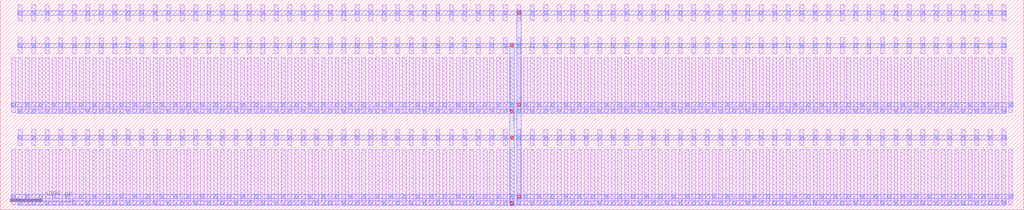
<source format=lef>
MACRO DCL_NMOS_S_55663590_X74_Y2
  UNITS 
    DATABASE MICRONS UNITS 1000;
  END UNITS 
  ORIGIN 0 0 ;
  FOREIGN DCL_NMOS_S_55663590_X74_Y2 0 0 ;
  SIZE 65360 BY 13440 ;
  PIN D
    DIRECTION INOUT ;
    USE SIGNAL ;
    PORT
      LAYER M3 ;
        RECT 32540 260 32820 10660 ;
    END
  END D
  PIN S
    DIRECTION INOUT ;
    USE SIGNAL ;
    PORT
      LAYER M3 ;
        RECT 32970 680 33250 12760 ;
    END
  END S
  OBS
    LAYER M1 ;
      RECT 1165 335 1415 3865 ;
    LAYER M1 ;
      RECT 1165 4115 1415 5125 ;
    LAYER M1 ;
      RECT 1165 6215 1415 9745 ;
    LAYER M1 ;
      RECT 1165 9995 1415 11005 ;
    LAYER M1 ;
      RECT 1165 12095 1415 13105 ;
    LAYER M1 ;
      RECT 735 335 985 3865 ;
    LAYER M1 ;
      RECT 735 6215 985 9745 ;
    LAYER M1 ;
      RECT 1595 335 1845 3865 ;
    LAYER M1 ;
      RECT 1595 6215 1845 9745 ;
    LAYER M1 ;
      RECT 2025 335 2275 3865 ;
    LAYER M1 ;
      RECT 2025 4115 2275 5125 ;
    LAYER M1 ;
      RECT 2025 6215 2275 9745 ;
    LAYER M1 ;
      RECT 2025 9995 2275 11005 ;
    LAYER M1 ;
      RECT 2025 12095 2275 13105 ;
    LAYER M1 ;
      RECT 2455 335 2705 3865 ;
    LAYER M1 ;
      RECT 2455 6215 2705 9745 ;
    LAYER M1 ;
      RECT 2885 335 3135 3865 ;
    LAYER M1 ;
      RECT 2885 4115 3135 5125 ;
    LAYER M1 ;
      RECT 2885 6215 3135 9745 ;
    LAYER M1 ;
      RECT 2885 9995 3135 11005 ;
    LAYER M1 ;
      RECT 2885 12095 3135 13105 ;
    LAYER M1 ;
      RECT 3315 335 3565 3865 ;
    LAYER M1 ;
      RECT 3315 6215 3565 9745 ;
    LAYER M1 ;
      RECT 3745 335 3995 3865 ;
    LAYER M1 ;
      RECT 3745 4115 3995 5125 ;
    LAYER M1 ;
      RECT 3745 6215 3995 9745 ;
    LAYER M1 ;
      RECT 3745 9995 3995 11005 ;
    LAYER M1 ;
      RECT 3745 12095 3995 13105 ;
    LAYER M1 ;
      RECT 4175 335 4425 3865 ;
    LAYER M1 ;
      RECT 4175 6215 4425 9745 ;
    LAYER M1 ;
      RECT 4605 335 4855 3865 ;
    LAYER M1 ;
      RECT 4605 4115 4855 5125 ;
    LAYER M1 ;
      RECT 4605 6215 4855 9745 ;
    LAYER M1 ;
      RECT 4605 9995 4855 11005 ;
    LAYER M1 ;
      RECT 4605 12095 4855 13105 ;
    LAYER M1 ;
      RECT 5035 335 5285 3865 ;
    LAYER M1 ;
      RECT 5035 6215 5285 9745 ;
    LAYER M1 ;
      RECT 5465 335 5715 3865 ;
    LAYER M1 ;
      RECT 5465 4115 5715 5125 ;
    LAYER M1 ;
      RECT 5465 6215 5715 9745 ;
    LAYER M1 ;
      RECT 5465 9995 5715 11005 ;
    LAYER M1 ;
      RECT 5465 12095 5715 13105 ;
    LAYER M1 ;
      RECT 5895 335 6145 3865 ;
    LAYER M1 ;
      RECT 5895 6215 6145 9745 ;
    LAYER M1 ;
      RECT 6325 335 6575 3865 ;
    LAYER M1 ;
      RECT 6325 4115 6575 5125 ;
    LAYER M1 ;
      RECT 6325 6215 6575 9745 ;
    LAYER M1 ;
      RECT 6325 9995 6575 11005 ;
    LAYER M1 ;
      RECT 6325 12095 6575 13105 ;
    LAYER M1 ;
      RECT 6755 335 7005 3865 ;
    LAYER M1 ;
      RECT 6755 6215 7005 9745 ;
    LAYER M1 ;
      RECT 7185 335 7435 3865 ;
    LAYER M1 ;
      RECT 7185 4115 7435 5125 ;
    LAYER M1 ;
      RECT 7185 6215 7435 9745 ;
    LAYER M1 ;
      RECT 7185 9995 7435 11005 ;
    LAYER M1 ;
      RECT 7185 12095 7435 13105 ;
    LAYER M1 ;
      RECT 7615 335 7865 3865 ;
    LAYER M1 ;
      RECT 7615 6215 7865 9745 ;
    LAYER M1 ;
      RECT 8045 335 8295 3865 ;
    LAYER M1 ;
      RECT 8045 4115 8295 5125 ;
    LAYER M1 ;
      RECT 8045 6215 8295 9745 ;
    LAYER M1 ;
      RECT 8045 9995 8295 11005 ;
    LAYER M1 ;
      RECT 8045 12095 8295 13105 ;
    LAYER M1 ;
      RECT 8475 335 8725 3865 ;
    LAYER M1 ;
      RECT 8475 6215 8725 9745 ;
    LAYER M1 ;
      RECT 8905 335 9155 3865 ;
    LAYER M1 ;
      RECT 8905 4115 9155 5125 ;
    LAYER M1 ;
      RECT 8905 6215 9155 9745 ;
    LAYER M1 ;
      RECT 8905 9995 9155 11005 ;
    LAYER M1 ;
      RECT 8905 12095 9155 13105 ;
    LAYER M1 ;
      RECT 9335 335 9585 3865 ;
    LAYER M1 ;
      RECT 9335 6215 9585 9745 ;
    LAYER M1 ;
      RECT 9765 335 10015 3865 ;
    LAYER M1 ;
      RECT 9765 4115 10015 5125 ;
    LAYER M1 ;
      RECT 9765 6215 10015 9745 ;
    LAYER M1 ;
      RECT 9765 9995 10015 11005 ;
    LAYER M1 ;
      RECT 9765 12095 10015 13105 ;
    LAYER M1 ;
      RECT 10195 335 10445 3865 ;
    LAYER M1 ;
      RECT 10195 6215 10445 9745 ;
    LAYER M1 ;
      RECT 10625 335 10875 3865 ;
    LAYER M1 ;
      RECT 10625 4115 10875 5125 ;
    LAYER M1 ;
      RECT 10625 6215 10875 9745 ;
    LAYER M1 ;
      RECT 10625 9995 10875 11005 ;
    LAYER M1 ;
      RECT 10625 12095 10875 13105 ;
    LAYER M1 ;
      RECT 11055 335 11305 3865 ;
    LAYER M1 ;
      RECT 11055 6215 11305 9745 ;
    LAYER M1 ;
      RECT 11485 335 11735 3865 ;
    LAYER M1 ;
      RECT 11485 4115 11735 5125 ;
    LAYER M1 ;
      RECT 11485 6215 11735 9745 ;
    LAYER M1 ;
      RECT 11485 9995 11735 11005 ;
    LAYER M1 ;
      RECT 11485 12095 11735 13105 ;
    LAYER M1 ;
      RECT 11915 335 12165 3865 ;
    LAYER M1 ;
      RECT 11915 6215 12165 9745 ;
    LAYER M1 ;
      RECT 12345 335 12595 3865 ;
    LAYER M1 ;
      RECT 12345 4115 12595 5125 ;
    LAYER M1 ;
      RECT 12345 6215 12595 9745 ;
    LAYER M1 ;
      RECT 12345 9995 12595 11005 ;
    LAYER M1 ;
      RECT 12345 12095 12595 13105 ;
    LAYER M1 ;
      RECT 12775 335 13025 3865 ;
    LAYER M1 ;
      RECT 12775 6215 13025 9745 ;
    LAYER M1 ;
      RECT 13205 335 13455 3865 ;
    LAYER M1 ;
      RECT 13205 4115 13455 5125 ;
    LAYER M1 ;
      RECT 13205 6215 13455 9745 ;
    LAYER M1 ;
      RECT 13205 9995 13455 11005 ;
    LAYER M1 ;
      RECT 13205 12095 13455 13105 ;
    LAYER M1 ;
      RECT 13635 335 13885 3865 ;
    LAYER M1 ;
      RECT 13635 6215 13885 9745 ;
    LAYER M1 ;
      RECT 14065 335 14315 3865 ;
    LAYER M1 ;
      RECT 14065 4115 14315 5125 ;
    LAYER M1 ;
      RECT 14065 6215 14315 9745 ;
    LAYER M1 ;
      RECT 14065 9995 14315 11005 ;
    LAYER M1 ;
      RECT 14065 12095 14315 13105 ;
    LAYER M1 ;
      RECT 14495 335 14745 3865 ;
    LAYER M1 ;
      RECT 14495 6215 14745 9745 ;
    LAYER M1 ;
      RECT 14925 335 15175 3865 ;
    LAYER M1 ;
      RECT 14925 4115 15175 5125 ;
    LAYER M1 ;
      RECT 14925 6215 15175 9745 ;
    LAYER M1 ;
      RECT 14925 9995 15175 11005 ;
    LAYER M1 ;
      RECT 14925 12095 15175 13105 ;
    LAYER M1 ;
      RECT 15355 335 15605 3865 ;
    LAYER M1 ;
      RECT 15355 6215 15605 9745 ;
    LAYER M1 ;
      RECT 15785 335 16035 3865 ;
    LAYER M1 ;
      RECT 15785 4115 16035 5125 ;
    LAYER M1 ;
      RECT 15785 6215 16035 9745 ;
    LAYER M1 ;
      RECT 15785 9995 16035 11005 ;
    LAYER M1 ;
      RECT 15785 12095 16035 13105 ;
    LAYER M1 ;
      RECT 16215 335 16465 3865 ;
    LAYER M1 ;
      RECT 16215 6215 16465 9745 ;
    LAYER M1 ;
      RECT 16645 335 16895 3865 ;
    LAYER M1 ;
      RECT 16645 4115 16895 5125 ;
    LAYER M1 ;
      RECT 16645 6215 16895 9745 ;
    LAYER M1 ;
      RECT 16645 9995 16895 11005 ;
    LAYER M1 ;
      RECT 16645 12095 16895 13105 ;
    LAYER M1 ;
      RECT 17075 335 17325 3865 ;
    LAYER M1 ;
      RECT 17075 6215 17325 9745 ;
    LAYER M1 ;
      RECT 17505 335 17755 3865 ;
    LAYER M1 ;
      RECT 17505 4115 17755 5125 ;
    LAYER M1 ;
      RECT 17505 6215 17755 9745 ;
    LAYER M1 ;
      RECT 17505 9995 17755 11005 ;
    LAYER M1 ;
      RECT 17505 12095 17755 13105 ;
    LAYER M1 ;
      RECT 17935 335 18185 3865 ;
    LAYER M1 ;
      RECT 17935 6215 18185 9745 ;
    LAYER M1 ;
      RECT 18365 335 18615 3865 ;
    LAYER M1 ;
      RECT 18365 4115 18615 5125 ;
    LAYER M1 ;
      RECT 18365 6215 18615 9745 ;
    LAYER M1 ;
      RECT 18365 9995 18615 11005 ;
    LAYER M1 ;
      RECT 18365 12095 18615 13105 ;
    LAYER M1 ;
      RECT 18795 335 19045 3865 ;
    LAYER M1 ;
      RECT 18795 6215 19045 9745 ;
    LAYER M1 ;
      RECT 19225 335 19475 3865 ;
    LAYER M1 ;
      RECT 19225 4115 19475 5125 ;
    LAYER M1 ;
      RECT 19225 6215 19475 9745 ;
    LAYER M1 ;
      RECT 19225 9995 19475 11005 ;
    LAYER M1 ;
      RECT 19225 12095 19475 13105 ;
    LAYER M1 ;
      RECT 19655 335 19905 3865 ;
    LAYER M1 ;
      RECT 19655 6215 19905 9745 ;
    LAYER M1 ;
      RECT 20085 335 20335 3865 ;
    LAYER M1 ;
      RECT 20085 4115 20335 5125 ;
    LAYER M1 ;
      RECT 20085 6215 20335 9745 ;
    LAYER M1 ;
      RECT 20085 9995 20335 11005 ;
    LAYER M1 ;
      RECT 20085 12095 20335 13105 ;
    LAYER M1 ;
      RECT 20515 335 20765 3865 ;
    LAYER M1 ;
      RECT 20515 6215 20765 9745 ;
    LAYER M1 ;
      RECT 20945 335 21195 3865 ;
    LAYER M1 ;
      RECT 20945 4115 21195 5125 ;
    LAYER M1 ;
      RECT 20945 6215 21195 9745 ;
    LAYER M1 ;
      RECT 20945 9995 21195 11005 ;
    LAYER M1 ;
      RECT 20945 12095 21195 13105 ;
    LAYER M1 ;
      RECT 21375 335 21625 3865 ;
    LAYER M1 ;
      RECT 21375 6215 21625 9745 ;
    LAYER M1 ;
      RECT 21805 335 22055 3865 ;
    LAYER M1 ;
      RECT 21805 4115 22055 5125 ;
    LAYER M1 ;
      RECT 21805 6215 22055 9745 ;
    LAYER M1 ;
      RECT 21805 9995 22055 11005 ;
    LAYER M1 ;
      RECT 21805 12095 22055 13105 ;
    LAYER M1 ;
      RECT 22235 335 22485 3865 ;
    LAYER M1 ;
      RECT 22235 6215 22485 9745 ;
    LAYER M1 ;
      RECT 22665 335 22915 3865 ;
    LAYER M1 ;
      RECT 22665 4115 22915 5125 ;
    LAYER M1 ;
      RECT 22665 6215 22915 9745 ;
    LAYER M1 ;
      RECT 22665 9995 22915 11005 ;
    LAYER M1 ;
      RECT 22665 12095 22915 13105 ;
    LAYER M1 ;
      RECT 23095 335 23345 3865 ;
    LAYER M1 ;
      RECT 23095 6215 23345 9745 ;
    LAYER M1 ;
      RECT 23525 335 23775 3865 ;
    LAYER M1 ;
      RECT 23525 4115 23775 5125 ;
    LAYER M1 ;
      RECT 23525 6215 23775 9745 ;
    LAYER M1 ;
      RECT 23525 9995 23775 11005 ;
    LAYER M1 ;
      RECT 23525 12095 23775 13105 ;
    LAYER M1 ;
      RECT 23955 335 24205 3865 ;
    LAYER M1 ;
      RECT 23955 6215 24205 9745 ;
    LAYER M1 ;
      RECT 24385 335 24635 3865 ;
    LAYER M1 ;
      RECT 24385 4115 24635 5125 ;
    LAYER M1 ;
      RECT 24385 6215 24635 9745 ;
    LAYER M1 ;
      RECT 24385 9995 24635 11005 ;
    LAYER M1 ;
      RECT 24385 12095 24635 13105 ;
    LAYER M1 ;
      RECT 24815 335 25065 3865 ;
    LAYER M1 ;
      RECT 24815 6215 25065 9745 ;
    LAYER M1 ;
      RECT 25245 335 25495 3865 ;
    LAYER M1 ;
      RECT 25245 4115 25495 5125 ;
    LAYER M1 ;
      RECT 25245 6215 25495 9745 ;
    LAYER M1 ;
      RECT 25245 9995 25495 11005 ;
    LAYER M1 ;
      RECT 25245 12095 25495 13105 ;
    LAYER M1 ;
      RECT 25675 335 25925 3865 ;
    LAYER M1 ;
      RECT 25675 6215 25925 9745 ;
    LAYER M1 ;
      RECT 26105 335 26355 3865 ;
    LAYER M1 ;
      RECT 26105 4115 26355 5125 ;
    LAYER M1 ;
      RECT 26105 6215 26355 9745 ;
    LAYER M1 ;
      RECT 26105 9995 26355 11005 ;
    LAYER M1 ;
      RECT 26105 12095 26355 13105 ;
    LAYER M1 ;
      RECT 26535 335 26785 3865 ;
    LAYER M1 ;
      RECT 26535 6215 26785 9745 ;
    LAYER M1 ;
      RECT 26965 335 27215 3865 ;
    LAYER M1 ;
      RECT 26965 4115 27215 5125 ;
    LAYER M1 ;
      RECT 26965 6215 27215 9745 ;
    LAYER M1 ;
      RECT 26965 9995 27215 11005 ;
    LAYER M1 ;
      RECT 26965 12095 27215 13105 ;
    LAYER M1 ;
      RECT 27395 335 27645 3865 ;
    LAYER M1 ;
      RECT 27395 6215 27645 9745 ;
    LAYER M1 ;
      RECT 27825 335 28075 3865 ;
    LAYER M1 ;
      RECT 27825 4115 28075 5125 ;
    LAYER M1 ;
      RECT 27825 6215 28075 9745 ;
    LAYER M1 ;
      RECT 27825 9995 28075 11005 ;
    LAYER M1 ;
      RECT 27825 12095 28075 13105 ;
    LAYER M1 ;
      RECT 28255 335 28505 3865 ;
    LAYER M1 ;
      RECT 28255 6215 28505 9745 ;
    LAYER M1 ;
      RECT 28685 335 28935 3865 ;
    LAYER M1 ;
      RECT 28685 4115 28935 5125 ;
    LAYER M1 ;
      RECT 28685 6215 28935 9745 ;
    LAYER M1 ;
      RECT 28685 9995 28935 11005 ;
    LAYER M1 ;
      RECT 28685 12095 28935 13105 ;
    LAYER M1 ;
      RECT 29115 335 29365 3865 ;
    LAYER M1 ;
      RECT 29115 6215 29365 9745 ;
    LAYER M1 ;
      RECT 29545 335 29795 3865 ;
    LAYER M1 ;
      RECT 29545 4115 29795 5125 ;
    LAYER M1 ;
      RECT 29545 6215 29795 9745 ;
    LAYER M1 ;
      RECT 29545 9995 29795 11005 ;
    LAYER M1 ;
      RECT 29545 12095 29795 13105 ;
    LAYER M1 ;
      RECT 29975 335 30225 3865 ;
    LAYER M1 ;
      RECT 29975 6215 30225 9745 ;
    LAYER M1 ;
      RECT 30405 335 30655 3865 ;
    LAYER M1 ;
      RECT 30405 4115 30655 5125 ;
    LAYER M1 ;
      RECT 30405 6215 30655 9745 ;
    LAYER M1 ;
      RECT 30405 9995 30655 11005 ;
    LAYER M1 ;
      RECT 30405 12095 30655 13105 ;
    LAYER M1 ;
      RECT 30835 335 31085 3865 ;
    LAYER M1 ;
      RECT 30835 6215 31085 9745 ;
    LAYER M1 ;
      RECT 31265 335 31515 3865 ;
    LAYER M1 ;
      RECT 31265 4115 31515 5125 ;
    LAYER M1 ;
      RECT 31265 6215 31515 9745 ;
    LAYER M1 ;
      RECT 31265 9995 31515 11005 ;
    LAYER M1 ;
      RECT 31265 12095 31515 13105 ;
    LAYER M1 ;
      RECT 31695 335 31945 3865 ;
    LAYER M1 ;
      RECT 31695 6215 31945 9745 ;
    LAYER M1 ;
      RECT 32125 335 32375 3865 ;
    LAYER M1 ;
      RECT 32125 4115 32375 5125 ;
    LAYER M1 ;
      RECT 32125 6215 32375 9745 ;
    LAYER M1 ;
      RECT 32125 9995 32375 11005 ;
    LAYER M1 ;
      RECT 32125 12095 32375 13105 ;
    LAYER M1 ;
      RECT 32555 335 32805 3865 ;
    LAYER M1 ;
      RECT 32555 6215 32805 9745 ;
    LAYER M1 ;
      RECT 32985 335 33235 3865 ;
    LAYER M1 ;
      RECT 32985 4115 33235 5125 ;
    LAYER M1 ;
      RECT 32985 6215 33235 9745 ;
    LAYER M1 ;
      RECT 32985 9995 33235 11005 ;
    LAYER M1 ;
      RECT 32985 12095 33235 13105 ;
    LAYER M1 ;
      RECT 33415 335 33665 3865 ;
    LAYER M1 ;
      RECT 33415 6215 33665 9745 ;
    LAYER M1 ;
      RECT 33845 335 34095 3865 ;
    LAYER M1 ;
      RECT 33845 4115 34095 5125 ;
    LAYER M1 ;
      RECT 33845 6215 34095 9745 ;
    LAYER M1 ;
      RECT 33845 9995 34095 11005 ;
    LAYER M1 ;
      RECT 33845 12095 34095 13105 ;
    LAYER M1 ;
      RECT 34275 335 34525 3865 ;
    LAYER M1 ;
      RECT 34275 6215 34525 9745 ;
    LAYER M1 ;
      RECT 34705 335 34955 3865 ;
    LAYER M1 ;
      RECT 34705 4115 34955 5125 ;
    LAYER M1 ;
      RECT 34705 6215 34955 9745 ;
    LAYER M1 ;
      RECT 34705 9995 34955 11005 ;
    LAYER M1 ;
      RECT 34705 12095 34955 13105 ;
    LAYER M1 ;
      RECT 35135 335 35385 3865 ;
    LAYER M1 ;
      RECT 35135 6215 35385 9745 ;
    LAYER M1 ;
      RECT 35565 335 35815 3865 ;
    LAYER M1 ;
      RECT 35565 4115 35815 5125 ;
    LAYER M1 ;
      RECT 35565 6215 35815 9745 ;
    LAYER M1 ;
      RECT 35565 9995 35815 11005 ;
    LAYER M1 ;
      RECT 35565 12095 35815 13105 ;
    LAYER M1 ;
      RECT 35995 335 36245 3865 ;
    LAYER M1 ;
      RECT 35995 6215 36245 9745 ;
    LAYER M1 ;
      RECT 36425 335 36675 3865 ;
    LAYER M1 ;
      RECT 36425 4115 36675 5125 ;
    LAYER M1 ;
      RECT 36425 6215 36675 9745 ;
    LAYER M1 ;
      RECT 36425 9995 36675 11005 ;
    LAYER M1 ;
      RECT 36425 12095 36675 13105 ;
    LAYER M1 ;
      RECT 36855 335 37105 3865 ;
    LAYER M1 ;
      RECT 36855 6215 37105 9745 ;
    LAYER M1 ;
      RECT 37285 335 37535 3865 ;
    LAYER M1 ;
      RECT 37285 4115 37535 5125 ;
    LAYER M1 ;
      RECT 37285 6215 37535 9745 ;
    LAYER M1 ;
      RECT 37285 9995 37535 11005 ;
    LAYER M1 ;
      RECT 37285 12095 37535 13105 ;
    LAYER M1 ;
      RECT 37715 335 37965 3865 ;
    LAYER M1 ;
      RECT 37715 6215 37965 9745 ;
    LAYER M1 ;
      RECT 38145 335 38395 3865 ;
    LAYER M1 ;
      RECT 38145 4115 38395 5125 ;
    LAYER M1 ;
      RECT 38145 6215 38395 9745 ;
    LAYER M1 ;
      RECT 38145 9995 38395 11005 ;
    LAYER M1 ;
      RECT 38145 12095 38395 13105 ;
    LAYER M1 ;
      RECT 38575 335 38825 3865 ;
    LAYER M1 ;
      RECT 38575 6215 38825 9745 ;
    LAYER M1 ;
      RECT 39005 335 39255 3865 ;
    LAYER M1 ;
      RECT 39005 4115 39255 5125 ;
    LAYER M1 ;
      RECT 39005 6215 39255 9745 ;
    LAYER M1 ;
      RECT 39005 9995 39255 11005 ;
    LAYER M1 ;
      RECT 39005 12095 39255 13105 ;
    LAYER M1 ;
      RECT 39435 335 39685 3865 ;
    LAYER M1 ;
      RECT 39435 6215 39685 9745 ;
    LAYER M1 ;
      RECT 39865 335 40115 3865 ;
    LAYER M1 ;
      RECT 39865 4115 40115 5125 ;
    LAYER M1 ;
      RECT 39865 6215 40115 9745 ;
    LAYER M1 ;
      RECT 39865 9995 40115 11005 ;
    LAYER M1 ;
      RECT 39865 12095 40115 13105 ;
    LAYER M1 ;
      RECT 40295 335 40545 3865 ;
    LAYER M1 ;
      RECT 40295 6215 40545 9745 ;
    LAYER M1 ;
      RECT 40725 335 40975 3865 ;
    LAYER M1 ;
      RECT 40725 4115 40975 5125 ;
    LAYER M1 ;
      RECT 40725 6215 40975 9745 ;
    LAYER M1 ;
      RECT 40725 9995 40975 11005 ;
    LAYER M1 ;
      RECT 40725 12095 40975 13105 ;
    LAYER M1 ;
      RECT 41155 335 41405 3865 ;
    LAYER M1 ;
      RECT 41155 6215 41405 9745 ;
    LAYER M1 ;
      RECT 41585 335 41835 3865 ;
    LAYER M1 ;
      RECT 41585 4115 41835 5125 ;
    LAYER M1 ;
      RECT 41585 6215 41835 9745 ;
    LAYER M1 ;
      RECT 41585 9995 41835 11005 ;
    LAYER M1 ;
      RECT 41585 12095 41835 13105 ;
    LAYER M1 ;
      RECT 42015 335 42265 3865 ;
    LAYER M1 ;
      RECT 42015 6215 42265 9745 ;
    LAYER M1 ;
      RECT 42445 335 42695 3865 ;
    LAYER M1 ;
      RECT 42445 4115 42695 5125 ;
    LAYER M1 ;
      RECT 42445 6215 42695 9745 ;
    LAYER M1 ;
      RECT 42445 9995 42695 11005 ;
    LAYER M1 ;
      RECT 42445 12095 42695 13105 ;
    LAYER M1 ;
      RECT 42875 335 43125 3865 ;
    LAYER M1 ;
      RECT 42875 6215 43125 9745 ;
    LAYER M1 ;
      RECT 43305 335 43555 3865 ;
    LAYER M1 ;
      RECT 43305 4115 43555 5125 ;
    LAYER M1 ;
      RECT 43305 6215 43555 9745 ;
    LAYER M1 ;
      RECT 43305 9995 43555 11005 ;
    LAYER M1 ;
      RECT 43305 12095 43555 13105 ;
    LAYER M1 ;
      RECT 43735 335 43985 3865 ;
    LAYER M1 ;
      RECT 43735 6215 43985 9745 ;
    LAYER M1 ;
      RECT 44165 335 44415 3865 ;
    LAYER M1 ;
      RECT 44165 4115 44415 5125 ;
    LAYER M1 ;
      RECT 44165 6215 44415 9745 ;
    LAYER M1 ;
      RECT 44165 9995 44415 11005 ;
    LAYER M1 ;
      RECT 44165 12095 44415 13105 ;
    LAYER M1 ;
      RECT 44595 335 44845 3865 ;
    LAYER M1 ;
      RECT 44595 6215 44845 9745 ;
    LAYER M1 ;
      RECT 45025 335 45275 3865 ;
    LAYER M1 ;
      RECT 45025 4115 45275 5125 ;
    LAYER M1 ;
      RECT 45025 6215 45275 9745 ;
    LAYER M1 ;
      RECT 45025 9995 45275 11005 ;
    LAYER M1 ;
      RECT 45025 12095 45275 13105 ;
    LAYER M1 ;
      RECT 45455 335 45705 3865 ;
    LAYER M1 ;
      RECT 45455 6215 45705 9745 ;
    LAYER M1 ;
      RECT 45885 335 46135 3865 ;
    LAYER M1 ;
      RECT 45885 4115 46135 5125 ;
    LAYER M1 ;
      RECT 45885 6215 46135 9745 ;
    LAYER M1 ;
      RECT 45885 9995 46135 11005 ;
    LAYER M1 ;
      RECT 45885 12095 46135 13105 ;
    LAYER M1 ;
      RECT 46315 335 46565 3865 ;
    LAYER M1 ;
      RECT 46315 6215 46565 9745 ;
    LAYER M1 ;
      RECT 46745 335 46995 3865 ;
    LAYER M1 ;
      RECT 46745 4115 46995 5125 ;
    LAYER M1 ;
      RECT 46745 6215 46995 9745 ;
    LAYER M1 ;
      RECT 46745 9995 46995 11005 ;
    LAYER M1 ;
      RECT 46745 12095 46995 13105 ;
    LAYER M1 ;
      RECT 47175 335 47425 3865 ;
    LAYER M1 ;
      RECT 47175 6215 47425 9745 ;
    LAYER M1 ;
      RECT 47605 335 47855 3865 ;
    LAYER M1 ;
      RECT 47605 4115 47855 5125 ;
    LAYER M1 ;
      RECT 47605 6215 47855 9745 ;
    LAYER M1 ;
      RECT 47605 9995 47855 11005 ;
    LAYER M1 ;
      RECT 47605 12095 47855 13105 ;
    LAYER M1 ;
      RECT 48035 335 48285 3865 ;
    LAYER M1 ;
      RECT 48035 6215 48285 9745 ;
    LAYER M1 ;
      RECT 48465 335 48715 3865 ;
    LAYER M1 ;
      RECT 48465 4115 48715 5125 ;
    LAYER M1 ;
      RECT 48465 6215 48715 9745 ;
    LAYER M1 ;
      RECT 48465 9995 48715 11005 ;
    LAYER M1 ;
      RECT 48465 12095 48715 13105 ;
    LAYER M1 ;
      RECT 48895 335 49145 3865 ;
    LAYER M1 ;
      RECT 48895 6215 49145 9745 ;
    LAYER M1 ;
      RECT 49325 335 49575 3865 ;
    LAYER M1 ;
      RECT 49325 4115 49575 5125 ;
    LAYER M1 ;
      RECT 49325 6215 49575 9745 ;
    LAYER M1 ;
      RECT 49325 9995 49575 11005 ;
    LAYER M1 ;
      RECT 49325 12095 49575 13105 ;
    LAYER M1 ;
      RECT 49755 335 50005 3865 ;
    LAYER M1 ;
      RECT 49755 6215 50005 9745 ;
    LAYER M1 ;
      RECT 50185 335 50435 3865 ;
    LAYER M1 ;
      RECT 50185 4115 50435 5125 ;
    LAYER M1 ;
      RECT 50185 6215 50435 9745 ;
    LAYER M1 ;
      RECT 50185 9995 50435 11005 ;
    LAYER M1 ;
      RECT 50185 12095 50435 13105 ;
    LAYER M1 ;
      RECT 50615 335 50865 3865 ;
    LAYER M1 ;
      RECT 50615 6215 50865 9745 ;
    LAYER M1 ;
      RECT 51045 335 51295 3865 ;
    LAYER M1 ;
      RECT 51045 4115 51295 5125 ;
    LAYER M1 ;
      RECT 51045 6215 51295 9745 ;
    LAYER M1 ;
      RECT 51045 9995 51295 11005 ;
    LAYER M1 ;
      RECT 51045 12095 51295 13105 ;
    LAYER M1 ;
      RECT 51475 335 51725 3865 ;
    LAYER M1 ;
      RECT 51475 6215 51725 9745 ;
    LAYER M1 ;
      RECT 51905 335 52155 3865 ;
    LAYER M1 ;
      RECT 51905 4115 52155 5125 ;
    LAYER M1 ;
      RECT 51905 6215 52155 9745 ;
    LAYER M1 ;
      RECT 51905 9995 52155 11005 ;
    LAYER M1 ;
      RECT 51905 12095 52155 13105 ;
    LAYER M1 ;
      RECT 52335 335 52585 3865 ;
    LAYER M1 ;
      RECT 52335 6215 52585 9745 ;
    LAYER M1 ;
      RECT 52765 335 53015 3865 ;
    LAYER M1 ;
      RECT 52765 4115 53015 5125 ;
    LAYER M1 ;
      RECT 52765 6215 53015 9745 ;
    LAYER M1 ;
      RECT 52765 9995 53015 11005 ;
    LAYER M1 ;
      RECT 52765 12095 53015 13105 ;
    LAYER M1 ;
      RECT 53195 335 53445 3865 ;
    LAYER M1 ;
      RECT 53195 6215 53445 9745 ;
    LAYER M1 ;
      RECT 53625 335 53875 3865 ;
    LAYER M1 ;
      RECT 53625 4115 53875 5125 ;
    LAYER M1 ;
      RECT 53625 6215 53875 9745 ;
    LAYER M1 ;
      RECT 53625 9995 53875 11005 ;
    LAYER M1 ;
      RECT 53625 12095 53875 13105 ;
    LAYER M1 ;
      RECT 54055 335 54305 3865 ;
    LAYER M1 ;
      RECT 54055 6215 54305 9745 ;
    LAYER M1 ;
      RECT 54485 335 54735 3865 ;
    LAYER M1 ;
      RECT 54485 4115 54735 5125 ;
    LAYER M1 ;
      RECT 54485 6215 54735 9745 ;
    LAYER M1 ;
      RECT 54485 9995 54735 11005 ;
    LAYER M1 ;
      RECT 54485 12095 54735 13105 ;
    LAYER M1 ;
      RECT 54915 335 55165 3865 ;
    LAYER M1 ;
      RECT 54915 6215 55165 9745 ;
    LAYER M1 ;
      RECT 55345 335 55595 3865 ;
    LAYER M1 ;
      RECT 55345 4115 55595 5125 ;
    LAYER M1 ;
      RECT 55345 6215 55595 9745 ;
    LAYER M1 ;
      RECT 55345 9995 55595 11005 ;
    LAYER M1 ;
      RECT 55345 12095 55595 13105 ;
    LAYER M1 ;
      RECT 55775 335 56025 3865 ;
    LAYER M1 ;
      RECT 55775 6215 56025 9745 ;
    LAYER M1 ;
      RECT 56205 335 56455 3865 ;
    LAYER M1 ;
      RECT 56205 4115 56455 5125 ;
    LAYER M1 ;
      RECT 56205 6215 56455 9745 ;
    LAYER M1 ;
      RECT 56205 9995 56455 11005 ;
    LAYER M1 ;
      RECT 56205 12095 56455 13105 ;
    LAYER M1 ;
      RECT 56635 335 56885 3865 ;
    LAYER M1 ;
      RECT 56635 6215 56885 9745 ;
    LAYER M1 ;
      RECT 57065 335 57315 3865 ;
    LAYER M1 ;
      RECT 57065 4115 57315 5125 ;
    LAYER M1 ;
      RECT 57065 6215 57315 9745 ;
    LAYER M1 ;
      RECT 57065 9995 57315 11005 ;
    LAYER M1 ;
      RECT 57065 12095 57315 13105 ;
    LAYER M1 ;
      RECT 57495 335 57745 3865 ;
    LAYER M1 ;
      RECT 57495 6215 57745 9745 ;
    LAYER M1 ;
      RECT 57925 335 58175 3865 ;
    LAYER M1 ;
      RECT 57925 4115 58175 5125 ;
    LAYER M1 ;
      RECT 57925 6215 58175 9745 ;
    LAYER M1 ;
      RECT 57925 9995 58175 11005 ;
    LAYER M1 ;
      RECT 57925 12095 58175 13105 ;
    LAYER M1 ;
      RECT 58355 335 58605 3865 ;
    LAYER M1 ;
      RECT 58355 6215 58605 9745 ;
    LAYER M1 ;
      RECT 58785 335 59035 3865 ;
    LAYER M1 ;
      RECT 58785 4115 59035 5125 ;
    LAYER M1 ;
      RECT 58785 6215 59035 9745 ;
    LAYER M1 ;
      RECT 58785 9995 59035 11005 ;
    LAYER M1 ;
      RECT 58785 12095 59035 13105 ;
    LAYER M1 ;
      RECT 59215 335 59465 3865 ;
    LAYER M1 ;
      RECT 59215 6215 59465 9745 ;
    LAYER M1 ;
      RECT 59645 335 59895 3865 ;
    LAYER M1 ;
      RECT 59645 4115 59895 5125 ;
    LAYER M1 ;
      RECT 59645 6215 59895 9745 ;
    LAYER M1 ;
      RECT 59645 9995 59895 11005 ;
    LAYER M1 ;
      RECT 59645 12095 59895 13105 ;
    LAYER M1 ;
      RECT 60075 335 60325 3865 ;
    LAYER M1 ;
      RECT 60075 6215 60325 9745 ;
    LAYER M1 ;
      RECT 60505 335 60755 3865 ;
    LAYER M1 ;
      RECT 60505 4115 60755 5125 ;
    LAYER M1 ;
      RECT 60505 6215 60755 9745 ;
    LAYER M1 ;
      RECT 60505 9995 60755 11005 ;
    LAYER M1 ;
      RECT 60505 12095 60755 13105 ;
    LAYER M1 ;
      RECT 60935 335 61185 3865 ;
    LAYER M1 ;
      RECT 60935 6215 61185 9745 ;
    LAYER M1 ;
      RECT 61365 335 61615 3865 ;
    LAYER M1 ;
      RECT 61365 4115 61615 5125 ;
    LAYER M1 ;
      RECT 61365 6215 61615 9745 ;
    LAYER M1 ;
      RECT 61365 9995 61615 11005 ;
    LAYER M1 ;
      RECT 61365 12095 61615 13105 ;
    LAYER M1 ;
      RECT 61795 335 62045 3865 ;
    LAYER M1 ;
      RECT 61795 6215 62045 9745 ;
    LAYER M1 ;
      RECT 62225 335 62475 3865 ;
    LAYER M1 ;
      RECT 62225 4115 62475 5125 ;
    LAYER M1 ;
      RECT 62225 6215 62475 9745 ;
    LAYER M1 ;
      RECT 62225 9995 62475 11005 ;
    LAYER M1 ;
      RECT 62225 12095 62475 13105 ;
    LAYER M1 ;
      RECT 62655 335 62905 3865 ;
    LAYER M1 ;
      RECT 62655 6215 62905 9745 ;
    LAYER M1 ;
      RECT 63085 335 63335 3865 ;
    LAYER M1 ;
      RECT 63085 4115 63335 5125 ;
    LAYER M1 ;
      RECT 63085 6215 63335 9745 ;
    LAYER M1 ;
      RECT 63085 9995 63335 11005 ;
    LAYER M1 ;
      RECT 63085 12095 63335 13105 ;
    LAYER M1 ;
      RECT 63515 335 63765 3865 ;
    LAYER M1 ;
      RECT 63515 6215 63765 9745 ;
    LAYER M1 ;
      RECT 63945 335 64195 3865 ;
    LAYER M1 ;
      RECT 63945 4115 64195 5125 ;
    LAYER M1 ;
      RECT 63945 6215 64195 9745 ;
    LAYER M1 ;
      RECT 63945 9995 64195 11005 ;
    LAYER M1 ;
      RECT 63945 12095 64195 13105 ;
    LAYER M1 ;
      RECT 64375 335 64625 3865 ;
    LAYER M1 ;
      RECT 64375 6215 64625 9745 ;
    LAYER M2 ;
      RECT 1120 4480 64240 4760 ;
    LAYER M2 ;
      RECT 1120 280 64240 560 ;
    LAYER M2 ;
      RECT 690 700 64670 980 ;
    LAYER M2 ;
      RECT 1120 10360 64240 10640 ;
    LAYER M2 ;
      RECT 1120 6160 64240 6440 ;
    LAYER M2 ;
      RECT 1120 12460 64240 12740 ;
    LAYER M2 ;
      RECT 690 6580 64670 6860 ;
    LAYER V1 ;
      RECT 54525 335 54695 505 ;
    LAYER V1 ;
      RECT 54525 4535 54695 4705 ;
    LAYER V1 ;
      RECT 54525 6215 54695 6385 ;
    LAYER V1 ;
      RECT 54525 10415 54695 10585 ;
    LAYER V1 ;
      RECT 54525 12515 54695 12685 ;
    LAYER V1 ;
      RECT 55385 335 55555 505 ;
    LAYER V1 ;
      RECT 55385 4535 55555 4705 ;
    LAYER V1 ;
      RECT 55385 6215 55555 6385 ;
    LAYER V1 ;
      RECT 55385 10415 55555 10585 ;
    LAYER V1 ;
      RECT 55385 12515 55555 12685 ;
    LAYER V1 ;
      RECT 56245 335 56415 505 ;
    LAYER V1 ;
      RECT 56245 4535 56415 4705 ;
    LAYER V1 ;
      RECT 56245 6215 56415 6385 ;
    LAYER V1 ;
      RECT 56245 10415 56415 10585 ;
    LAYER V1 ;
      RECT 56245 12515 56415 12685 ;
    LAYER V1 ;
      RECT 1205 335 1375 505 ;
    LAYER V1 ;
      RECT 1205 4535 1375 4705 ;
    LAYER V1 ;
      RECT 1205 6215 1375 6385 ;
    LAYER V1 ;
      RECT 1205 10415 1375 10585 ;
    LAYER V1 ;
      RECT 1205 12515 1375 12685 ;
    LAYER V1 ;
      RECT 2065 335 2235 505 ;
    LAYER V1 ;
      RECT 2065 4535 2235 4705 ;
    LAYER V1 ;
      RECT 2065 6215 2235 6385 ;
    LAYER V1 ;
      RECT 2065 10415 2235 10585 ;
    LAYER V1 ;
      RECT 2065 12515 2235 12685 ;
    LAYER V1 ;
      RECT 57105 335 57275 505 ;
    LAYER V1 ;
      RECT 57105 4535 57275 4705 ;
    LAYER V1 ;
      RECT 57105 6215 57275 6385 ;
    LAYER V1 ;
      RECT 57105 10415 57275 10585 ;
    LAYER V1 ;
      RECT 57105 12515 57275 12685 ;
    LAYER V1 ;
      RECT 57965 335 58135 505 ;
    LAYER V1 ;
      RECT 57965 4535 58135 4705 ;
    LAYER V1 ;
      RECT 57965 6215 58135 6385 ;
    LAYER V1 ;
      RECT 57965 10415 58135 10585 ;
    LAYER V1 ;
      RECT 57965 12515 58135 12685 ;
    LAYER V1 ;
      RECT 2925 335 3095 505 ;
    LAYER V1 ;
      RECT 2925 4535 3095 4705 ;
    LAYER V1 ;
      RECT 2925 6215 3095 6385 ;
    LAYER V1 ;
      RECT 2925 10415 3095 10585 ;
    LAYER V1 ;
      RECT 2925 12515 3095 12685 ;
    LAYER V1 ;
      RECT 3785 335 3955 505 ;
    LAYER V1 ;
      RECT 3785 4535 3955 4705 ;
    LAYER V1 ;
      RECT 3785 6215 3955 6385 ;
    LAYER V1 ;
      RECT 3785 10415 3955 10585 ;
    LAYER V1 ;
      RECT 3785 12515 3955 12685 ;
    LAYER V1 ;
      RECT 58825 335 58995 505 ;
    LAYER V1 ;
      RECT 58825 4535 58995 4705 ;
    LAYER V1 ;
      RECT 58825 6215 58995 6385 ;
    LAYER V1 ;
      RECT 58825 10415 58995 10585 ;
    LAYER V1 ;
      RECT 58825 12515 58995 12685 ;
    LAYER V1 ;
      RECT 59685 335 59855 505 ;
    LAYER V1 ;
      RECT 59685 4535 59855 4705 ;
    LAYER V1 ;
      RECT 59685 6215 59855 6385 ;
    LAYER V1 ;
      RECT 59685 10415 59855 10585 ;
    LAYER V1 ;
      RECT 59685 12515 59855 12685 ;
    LAYER V1 ;
      RECT 4645 335 4815 505 ;
    LAYER V1 ;
      RECT 4645 4535 4815 4705 ;
    LAYER V1 ;
      RECT 4645 6215 4815 6385 ;
    LAYER V1 ;
      RECT 4645 10415 4815 10585 ;
    LAYER V1 ;
      RECT 4645 12515 4815 12685 ;
    LAYER V1 ;
      RECT 60545 335 60715 505 ;
    LAYER V1 ;
      RECT 60545 4535 60715 4705 ;
    LAYER V1 ;
      RECT 60545 6215 60715 6385 ;
    LAYER V1 ;
      RECT 60545 10415 60715 10585 ;
    LAYER V1 ;
      RECT 60545 12515 60715 12685 ;
    LAYER V1 ;
      RECT 5505 335 5675 505 ;
    LAYER V1 ;
      RECT 5505 4535 5675 4705 ;
    LAYER V1 ;
      RECT 5505 6215 5675 6385 ;
    LAYER V1 ;
      RECT 5505 10415 5675 10585 ;
    LAYER V1 ;
      RECT 5505 12515 5675 12685 ;
    LAYER V1 ;
      RECT 6365 335 6535 505 ;
    LAYER V1 ;
      RECT 6365 4535 6535 4705 ;
    LAYER V1 ;
      RECT 6365 6215 6535 6385 ;
    LAYER V1 ;
      RECT 6365 10415 6535 10585 ;
    LAYER V1 ;
      RECT 6365 12515 6535 12685 ;
    LAYER V1 ;
      RECT 61405 335 61575 505 ;
    LAYER V1 ;
      RECT 61405 4535 61575 4705 ;
    LAYER V1 ;
      RECT 61405 6215 61575 6385 ;
    LAYER V1 ;
      RECT 61405 10415 61575 10585 ;
    LAYER V1 ;
      RECT 61405 12515 61575 12685 ;
    LAYER V1 ;
      RECT 62265 335 62435 505 ;
    LAYER V1 ;
      RECT 62265 4535 62435 4705 ;
    LAYER V1 ;
      RECT 62265 6215 62435 6385 ;
    LAYER V1 ;
      RECT 62265 10415 62435 10585 ;
    LAYER V1 ;
      RECT 62265 12515 62435 12685 ;
    LAYER V1 ;
      RECT 7225 335 7395 505 ;
    LAYER V1 ;
      RECT 7225 4535 7395 4705 ;
    LAYER V1 ;
      RECT 7225 6215 7395 6385 ;
    LAYER V1 ;
      RECT 7225 10415 7395 10585 ;
    LAYER V1 ;
      RECT 7225 12515 7395 12685 ;
    LAYER V1 ;
      RECT 8085 335 8255 505 ;
    LAYER V1 ;
      RECT 8085 4535 8255 4705 ;
    LAYER V1 ;
      RECT 8085 6215 8255 6385 ;
    LAYER V1 ;
      RECT 8085 10415 8255 10585 ;
    LAYER V1 ;
      RECT 8085 12515 8255 12685 ;
    LAYER V1 ;
      RECT 63125 335 63295 505 ;
    LAYER V1 ;
      RECT 63125 4535 63295 4705 ;
    LAYER V1 ;
      RECT 63125 6215 63295 6385 ;
    LAYER V1 ;
      RECT 63125 10415 63295 10585 ;
    LAYER V1 ;
      RECT 63125 12515 63295 12685 ;
    LAYER V1 ;
      RECT 63985 335 64155 505 ;
    LAYER V1 ;
      RECT 63985 4535 64155 4705 ;
    LAYER V1 ;
      RECT 63985 6215 64155 6385 ;
    LAYER V1 ;
      RECT 63985 10415 64155 10585 ;
    LAYER V1 ;
      RECT 63985 12515 64155 12685 ;
    LAYER V1 ;
      RECT 8945 335 9115 505 ;
    LAYER V1 ;
      RECT 8945 4535 9115 4705 ;
    LAYER V1 ;
      RECT 8945 6215 9115 6385 ;
    LAYER V1 ;
      RECT 8945 10415 9115 10585 ;
    LAYER V1 ;
      RECT 8945 12515 9115 12685 ;
    LAYER V1 ;
      RECT 9805 335 9975 505 ;
    LAYER V1 ;
      RECT 9805 4535 9975 4705 ;
    LAYER V1 ;
      RECT 9805 6215 9975 6385 ;
    LAYER V1 ;
      RECT 9805 10415 9975 10585 ;
    LAYER V1 ;
      RECT 9805 12515 9975 12685 ;
    LAYER V1 ;
      RECT 10665 335 10835 505 ;
    LAYER V1 ;
      RECT 10665 4535 10835 4705 ;
    LAYER V1 ;
      RECT 10665 6215 10835 6385 ;
    LAYER V1 ;
      RECT 10665 10415 10835 10585 ;
    LAYER V1 ;
      RECT 10665 12515 10835 12685 ;
    LAYER V1 ;
      RECT 11525 335 11695 505 ;
    LAYER V1 ;
      RECT 11525 4535 11695 4705 ;
    LAYER V1 ;
      RECT 11525 6215 11695 6385 ;
    LAYER V1 ;
      RECT 11525 10415 11695 10585 ;
    LAYER V1 ;
      RECT 11525 12515 11695 12685 ;
    LAYER V1 ;
      RECT 12385 335 12555 505 ;
    LAYER V1 ;
      RECT 12385 4535 12555 4705 ;
    LAYER V1 ;
      RECT 12385 6215 12555 6385 ;
    LAYER V1 ;
      RECT 12385 10415 12555 10585 ;
    LAYER V1 ;
      RECT 12385 12515 12555 12685 ;
    LAYER V1 ;
      RECT 13245 335 13415 505 ;
    LAYER V1 ;
      RECT 13245 4535 13415 4705 ;
    LAYER V1 ;
      RECT 13245 6215 13415 6385 ;
    LAYER V1 ;
      RECT 13245 10415 13415 10585 ;
    LAYER V1 ;
      RECT 13245 12515 13415 12685 ;
    LAYER V1 ;
      RECT 14105 335 14275 505 ;
    LAYER V1 ;
      RECT 14105 4535 14275 4705 ;
    LAYER V1 ;
      RECT 14105 6215 14275 6385 ;
    LAYER V1 ;
      RECT 14105 10415 14275 10585 ;
    LAYER V1 ;
      RECT 14105 12515 14275 12685 ;
    LAYER V1 ;
      RECT 14965 335 15135 505 ;
    LAYER V1 ;
      RECT 14965 4535 15135 4705 ;
    LAYER V1 ;
      RECT 14965 6215 15135 6385 ;
    LAYER V1 ;
      RECT 14965 10415 15135 10585 ;
    LAYER V1 ;
      RECT 14965 12515 15135 12685 ;
    LAYER V1 ;
      RECT 15825 335 15995 505 ;
    LAYER V1 ;
      RECT 15825 4535 15995 4705 ;
    LAYER V1 ;
      RECT 15825 6215 15995 6385 ;
    LAYER V1 ;
      RECT 15825 10415 15995 10585 ;
    LAYER V1 ;
      RECT 15825 12515 15995 12685 ;
    LAYER V1 ;
      RECT 16685 335 16855 505 ;
    LAYER V1 ;
      RECT 16685 4535 16855 4705 ;
    LAYER V1 ;
      RECT 16685 6215 16855 6385 ;
    LAYER V1 ;
      RECT 16685 10415 16855 10585 ;
    LAYER V1 ;
      RECT 16685 12515 16855 12685 ;
    LAYER V1 ;
      RECT 17545 335 17715 505 ;
    LAYER V1 ;
      RECT 17545 4535 17715 4705 ;
    LAYER V1 ;
      RECT 17545 6215 17715 6385 ;
    LAYER V1 ;
      RECT 17545 10415 17715 10585 ;
    LAYER V1 ;
      RECT 17545 12515 17715 12685 ;
    LAYER V1 ;
      RECT 18405 335 18575 505 ;
    LAYER V1 ;
      RECT 18405 4535 18575 4705 ;
    LAYER V1 ;
      RECT 18405 6215 18575 6385 ;
    LAYER V1 ;
      RECT 18405 10415 18575 10585 ;
    LAYER V1 ;
      RECT 18405 12515 18575 12685 ;
    LAYER V1 ;
      RECT 19265 335 19435 505 ;
    LAYER V1 ;
      RECT 19265 4535 19435 4705 ;
    LAYER V1 ;
      RECT 19265 6215 19435 6385 ;
    LAYER V1 ;
      RECT 19265 10415 19435 10585 ;
    LAYER V1 ;
      RECT 19265 12515 19435 12685 ;
    LAYER V1 ;
      RECT 20125 335 20295 505 ;
    LAYER V1 ;
      RECT 20125 4535 20295 4705 ;
    LAYER V1 ;
      RECT 20125 6215 20295 6385 ;
    LAYER V1 ;
      RECT 20125 10415 20295 10585 ;
    LAYER V1 ;
      RECT 20125 12515 20295 12685 ;
    LAYER V1 ;
      RECT 20985 335 21155 505 ;
    LAYER V1 ;
      RECT 20985 4535 21155 4705 ;
    LAYER V1 ;
      RECT 20985 6215 21155 6385 ;
    LAYER V1 ;
      RECT 20985 10415 21155 10585 ;
    LAYER V1 ;
      RECT 20985 12515 21155 12685 ;
    LAYER V1 ;
      RECT 21845 335 22015 505 ;
    LAYER V1 ;
      RECT 21845 4535 22015 4705 ;
    LAYER V1 ;
      RECT 21845 6215 22015 6385 ;
    LAYER V1 ;
      RECT 21845 10415 22015 10585 ;
    LAYER V1 ;
      RECT 21845 12515 22015 12685 ;
    LAYER V1 ;
      RECT 22705 335 22875 505 ;
    LAYER V1 ;
      RECT 22705 4535 22875 4705 ;
    LAYER V1 ;
      RECT 22705 6215 22875 6385 ;
    LAYER V1 ;
      RECT 22705 10415 22875 10585 ;
    LAYER V1 ;
      RECT 22705 12515 22875 12685 ;
    LAYER V1 ;
      RECT 23565 335 23735 505 ;
    LAYER V1 ;
      RECT 23565 4535 23735 4705 ;
    LAYER V1 ;
      RECT 23565 6215 23735 6385 ;
    LAYER V1 ;
      RECT 23565 10415 23735 10585 ;
    LAYER V1 ;
      RECT 23565 12515 23735 12685 ;
    LAYER V1 ;
      RECT 24425 335 24595 505 ;
    LAYER V1 ;
      RECT 24425 4535 24595 4705 ;
    LAYER V1 ;
      RECT 24425 6215 24595 6385 ;
    LAYER V1 ;
      RECT 24425 10415 24595 10585 ;
    LAYER V1 ;
      RECT 24425 12515 24595 12685 ;
    LAYER V1 ;
      RECT 25285 335 25455 505 ;
    LAYER V1 ;
      RECT 25285 4535 25455 4705 ;
    LAYER V1 ;
      RECT 25285 6215 25455 6385 ;
    LAYER V1 ;
      RECT 25285 10415 25455 10585 ;
    LAYER V1 ;
      RECT 25285 12515 25455 12685 ;
    LAYER V1 ;
      RECT 26145 335 26315 505 ;
    LAYER V1 ;
      RECT 26145 4535 26315 4705 ;
    LAYER V1 ;
      RECT 26145 6215 26315 6385 ;
    LAYER V1 ;
      RECT 26145 10415 26315 10585 ;
    LAYER V1 ;
      RECT 26145 12515 26315 12685 ;
    LAYER V1 ;
      RECT 27005 335 27175 505 ;
    LAYER V1 ;
      RECT 27005 4535 27175 4705 ;
    LAYER V1 ;
      RECT 27005 6215 27175 6385 ;
    LAYER V1 ;
      RECT 27005 10415 27175 10585 ;
    LAYER V1 ;
      RECT 27005 12515 27175 12685 ;
    LAYER V1 ;
      RECT 27865 335 28035 505 ;
    LAYER V1 ;
      RECT 27865 4535 28035 4705 ;
    LAYER V1 ;
      RECT 27865 6215 28035 6385 ;
    LAYER V1 ;
      RECT 27865 10415 28035 10585 ;
    LAYER V1 ;
      RECT 27865 12515 28035 12685 ;
    LAYER V1 ;
      RECT 28725 335 28895 505 ;
    LAYER V1 ;
      RECT 28725 4535 28895 4705 ;
    LAYER V1 ;
      RECT 28725 6215 28895 6385 ;
    LAYER V1 ;
      RECT 28725 10415 28895 10585 ;
    LAYER V1 ;
      RECT 28725 12515 28895 12685 ;
    LAYER V1 ;
      RECT 29585 335 29755 505 ;
    LAYER V1 ;
      RECT 29585 4535 29755 4705 ;
    LAYER V1 ;
      RECT 29585 6215 29755 6385 ;
    LAYER V1 ;
      RECT 29585 10415 29755 10585 ;
    LAYER V1 ;
      RECT 29585 12515 29755 12685 ;
    LAYER V1 ;
      RECT 30445 335 30615 505 ;
    LAYER V1 ;
      RECT 30445 4535 30615 4705 ;
    LAYER V1 ;
      RECT 30445 6215 30615 6385 ;
    LAYER V1 ;
      RECT 30445 10415 30615 10585 ;
    LAYER V1 ;
      RECT 30445 12515 30615 12685 ;
    LAYER V1 ;
      RECT 31305 335 31475 505 ;
    LAYER V1 ;
      RECT 31305 4535 31475 4705 ;
    LAYER V1 ;
      RECT 31305 6215 31475 6385 ;
    LAYER V1 ;
      RECT 31305 10415 31475 10585 ;
    LAYER V1 ;
      RECT 31305 12515 31475 12685 ;
    LAYER V1 ;
      RECT 32165 335 32335 505 ;
    LAYER V1 ;
      RECT 32165 4535 32335 4705 ;
    LAYER V1 ;
      RECT 32165 6215 32335 6385 ;
    LAYER V1 ;
      RECT 32165 10415 32335 10585 ;
    LAYER V1 ;
      RECT 32165 12515 32335 12685 ;
    LAYER V1 ;
      RECT 33025 335 33195 505 ;
    LAYER V1 ;
      RECT 33025 4535 33195 4705 ;
    LAYER V1 ;
      RECT 33025 6215 33195 6385 ;
    LAYER V1 ;
      RECT 33025 10415 33195 10585 ;
    LAYER V1 ;
      RECT 33025 12515 33195 12685 ;
    LAYER V1 ;
      RECT 33885 335 34055 505 ;
    LAYER V1 ;
      RECT 33885 4535 34055 4705 ;
    LAYER V1 ;
      RECT 33885 6215 34055 6385 ;
    LAYER V1 ;
      RECT 33885 10415 34055 10585 ;
    LAYER V1 ;
      RECT 33885 12515 34055 12685 ;
    LAYER V1 ;
      RECT 34745 335 34915 505 ;
    LAYER V1 ;
      RECT 34745 4535 34915 4705 ;
    LAYER V1 ;
      RECT 34745 6215 34915 6385 ;
    LAYER V1 ;
      RECT 34745 10415 34915 10585 ;
    LAYER V1 ;
      RECT 34745 12515 34915 12685 ;
    LAYER V1 ;
      RECT 35605 335 35775 505 ;
    LAYER V1 ;
      RECT 35605 4535 35775 4705 ;
    LAYER V1 ;
      RECT 35605 6215 35775 6385 ;
    LAYER V1 ;
      RECT 35605 10415 35775 10585 ;
    LAYER V1 ;
      RECT 35605 12515 35775 12685 ;
    LAYER V1 ;
      RECT 36465 335 36635 505 ;
    LAYER V1 ;
      RECT 36465 4535 36635 4705 ;
    LAYER V1 ;
      RECT 36465 6215 36635 6385 ;
    LAYER V1 ;
      RECT 36465 10415 36635 10585 ;
    LAYER V1 ;
      RECT 36465 12515 36635 12685 ;
    LAYER V1 ;
      RECT 37325 335 37495 505 ;
    LAYER V1 ;
      RECT 37325 4535 37495 4705 ;
    LAYER V1 ;
      RECT 37325 6215 37495 6385 ;
    LAYER V1 ;
      RECT 37325 10415 37495 10585 ;
    LAYER V1 ;
      RECT 37325 12515 37495 12685 ;
    LAYER V1 ;
      RECT 38185 335 38355 505 ;
    LAYER V1 ;
      RECT 38185 4535 38355 4705 ;
    LAYER V1 ;
      RECT 38185 6215 38355 6385 ;
    LAYER V1 ;
      RECT 38185 10415 38355 10585 ;
    LAYER V1 ;
      RECT 38185 12515 38355 12685 ;
    LAYER V1 ;
      RECT 39045 335 39215 505 ;
    LAYER V1 ;
      RECT 39045 4535 39215 4705 ;
    LAYER V1 ;
      RECT 39045 6215 39215 6385 ;
    LAYER V1 ;
      RECT 39045 10415 39215 10585 ;
    LAYER V1 ;
      RECT 39045 12515 39215 12685 ;
    LAYER V1 ;
      RECT 39905 335 40075 505 ;
    LAYER V1 ;
      RECT 39905 4535 40075 4705 ;
    LAYER V1 ;
      RECT 39905 6215 40075 6385 ;
    LAYER V1 ;
      RECT 39905 10415 40075 10585 ;
    LAYER V1 ;
      RECT 39905 12515 40075 12685 ;
    LAYER V1 ;
      RECT 40765 335 40935 505 ;
    LAYER V1 ;
      RECT 40765 4535 40935 4705 ;
    LAYER V1 ;
      RECT 40765 6215 40935 6385 ;
    LAYER V1 ;
      RECT 40765 10415 40935 10585 ;
    LAYER V1 ;
      RECT 40765 12515 40935 12685 ;
    LAYER V1 ;
      RECT 41625 335 41795 505 ;
    LAYER V1 ;
      RECT 41625 4535 41795 4705 ;
    LAYER V1 ;
      RECT 41625 6215 41795 6385 ;
    LAYER V1 ;
      RECT 41625 10415 41795 10585 ;
    LAYER V1 ;
      RECT 41625 12515 41795 12685 ;
    LAYER V1 ;
      RECT 42485 335 42655 505 ;
    LAYER V1 ;
      RECT 42485 4535 42655 4705 ;
    LAYER V1 ;
      RECT 42485 6215 42655 6385 ;
    LAYER V1 ;
      RECT 42485 10415 42655 10585 ;
    LAYER V1 ;
      RECT 42485 12515 42655 12685 ;
    LAYER V1 ;
      RECT 43345 335 43515 505 ;
    LAYER V1 ;
      RECT 43345 4535 43515 4705 ;
    LAYER V1 ;
      RECT 43345 6215 43515 6385 ;
    LAYER V1 ;
      RECT 43345 10415 43515 10585 ;
    LAYER V1 ;
      RECT 43345 12515 43515 12685 ;
    LAYER V1 ;
      RECT 44205 335 44375 505 ;
    LAYER V1 ;
      RECT 44205 4535 44375 4705 ;
    LAYER V1 ;
      RECT 44205 6215 44375 6385 ;
    LAYER V1 ;
      RECT 44205 10415 44375 10585 ;
    LAYER V1 ;
      RECT 44205 12515 44375 12685 ;
    LAYER V1 ;
      RECT 45065 335 45235 505 ;
    LAYER V1 ;
      RECT 45065 4535 45235 4705 ;
    LAYER V1 ;
      RECT 45065 6215 45235 6385 ;
    LAYER V1 ;
      RECT 45065 10415 45235 10585 ;
    LAYER V1 ;
      RECT 45065 12515 45235 12685 ;
    LAYER V1 ;
      RECT 45925 335 46095 505 ;
    LAYER V1 ;
      RECT 45925 4535 46095 4705 ;
    LAYER V1 ;
      RECT 45925 6215 46095 6385 ;
    LAYER V1 ;
      RECT 45925 10415 46095 10585 ;
    LAYER V1 ;
      RECT 45925 12515 46095 12685 ;
    LAYER V1 ;
      RECT 46785 335 46955 505 ;
    LAYER V1 ;
      RECT 46785 4535 46955 4705 ;
    LAYER V1 ;
      RECT 46785 6215 46955 6385 ;
    LAYER V1 ;
      RECT 46785 10415 46955 10585 ;
    LAYER V1 ;
      RECT 46785 12515 46955 12685 ;
    LAYER V1 ;
      RECT 47645 335 47815 505 ;
    LAYER V1 ;
      RECT 47645 4535 47815 4705 ;
    LAYER V1 ;
      RECT 47645 6215 47815 6385 ;
    LAYER V1 ;
      RECT 47645 10415 47815 10585 ;
    LAYER V1 ;
      RECT 47645 12515 47815 12685 ;
    LAYER V1 ;
      RECT 48505 335 48675 505 ;
    LAYER V1 ;
      RECT 48505 4535 48675 4705 ;
    LAYER V1 ;
      RECT 48505 6215 48675 6385 ;
    LAYER V1 ;
      RECT 48505 10415 48675 10585 ;
    LAYER V1 ;
      RECT 48505 12515 48675 12685 ;
    LAYER V1 ;
      RECT 49365 335 49535 505 ;
    LAYER V1 ;
      RECT 49365 4535 49535 4705 ;
    LAYER V1 ;
      RECT 49365 6215 49535 6385 ;
    LAYER V1 ;
      RECT 49365 10415 49535 10585 ;
    LAYER V1 ;
      RECT 49365 12515 49535 12685 ;
    LAYER V1 ;
      RECT 50225 335 50395 505 ;
    LAYER V1 ;
      RECT 50225 4535 50395 4705 ;
    LAYER V1 ;
      RECT 50225 6215 50395 6385 ;
    LAYER V1 ;
      RECT 50225 10415 50395 10585 ;
    LAYER V1 ;
      RECT 50225 12515 50395 12685 ;
    LAYER V1 ;
      RECT 51085 335 51255 505 ;
    LAYER V1 ;
      RECT 51085 4535 51255 4705 ;
    LAYER V1 ;
      RECT 51085 6215 51255 6385 ;
    LAYER V1 ;
      RECT 51085 10415 51255 10585 ;
    LAYER V1 ;
      RECT 51085 12515 51255 12685 ;
    LAYER V1 ;
      RECT 51945 335 52115 505 ;
    LAYER V1 ;
      RECT 51945 4535 52115 4705 ;
    LAYER V1 ;
      RECT 51945 6215 52115 6385 ;
    LAYER V1 ;
      RECT 51945 10415 52115 10585 ;
    LAYER V1 ;
      RECT 51945 12515 52115 12685 ;
    LAYER V1 ;
      RECT 52805 335 52975 505 ;
    LAYER V1 ;
      RECT 52805 4535 52975 4705 ;
    LAYER V1 ;
      RECT 52805 6215 52975 6385 ;
    LAYER V1 ;
      RECT 52805 10415 52975 10585 ;
    LAYER V1 ;
      RECT 52805 12515 52975 12685 ;
    LAYER V1 ;
      RECT 53665 335 53835 505 ;
    LAYER V1 ;
      RECT 53665 4535 53835 4705 ;
    LAYER V1 ;
      RECT 53665 6215 53835 6385 ;
    LAYER V1 ;
      RECT 53665 10415 53835 10585 ;
    LAYER V1 ;
      RECT 53665 12515 53835 12685 ;
    LAYER V1 ;
      RECT 54955 755 55125 925 ;
    LAYER V1 ;
      RECT 54955 6635 55125 6805 ;
    LAYER V1 ;
      RECT 775 755 945 925 ;
    LAYER V1 ;
      RECT 775 6635 945 6805 ;
    LAYER V1 ;
      RECT 55815 755 55985 925 ;
    LAYER V1 ;
      RECT 55815 6635 55985 6805 ;
    LAYER V1 ;
      RECT 1635 755 1805 925 ;
    LAYER V1 ;
      RECT 1635 6635 1805 6805 ;
    LAYER V1 ;
      RECT 56675 755 56845 925 ;
    LAYER V1 ;
      RECT 56675 6635 56845 6805 ;
    LAYER V1 ;
      RECT 2495 755 2665 925 ;
    LAYER V1 ;
      RECT 2495 6635 2665 6805 ;
    LAYER V1 ;
      RECT 57535 755 57705 925 ;
    LAYER V1 ;
      RECT 57535 6635 57705 6805 ;
    LAYER V1 ;
      RECT 3355 755 3525 925 ;
    LAYER V1 ;
      RECT 3355 6635 3525 6805 ;
    LAYER V1 ;
      RECT 58395 755 58565 925 ;
    LAYER V1 ;
      RECT 58395 6635 58565 6805 ;
    LAYER V1 ;
      RECT 4215 755 4385 925 ;
    LAYER V1 ;
      RECT 4215 6635 4385 6805 ;
    LAYER V1 ;
      RECT 59255 755 59425 925 ;
    LAYER V1 ;
      RECT 59255 6635 59425 6805 ;
    LAYER V1 ;
      RECT 5075 755 5245 925 ;
    LAYER V1 ;
      RECT 5075 6635 5245 6805 ;
    LAYER V1 ;
      RECT 60115 755 60285 925 ;
    LAYER V1 ;
      RECT 60115 6635 60285 6805 ;
    LAYER V1 ;
      RECT 5935 755 6105 925 ;
    LAYER V1 ;
      RECT 5935 6635 6105 6805 ;
    LAYER V1 ;
      RECT 60975 755 61145 925 ;
    LAYER V1 ;
      RECT 60975 6635 61145 6805 ;
    LAYER V1 ;
      RECT 6795 755 6965 925 ;
    LAYER V1 ;
      RECT 6795 6635 6965 6805 ;
    LAYER V1 ;
      RECT 61835 755 62005 925 ;
    LAYER V1 ;
      RECT 61835 6635 62005 6805 ;
    LAYER V1 ;
      RECT 62695 755 62865 925 ;
    LAYER V1 ;
      RECT 62695 6635 62865 6805 ;
    LAYER V1 ;
      RECT 7655 755 7825 925 ;
    LAYER V1 ;
      RECT 7655 6635 7825 6805 ;
    LAYER V1 ;
      RECT 63555 755 63725 925 ;
    LAYER V1 ;
      RECT 63555 6635 63725 6805 ;
    LAYER V1 ;
      RECT 8515 755 8685 925 ;
    LAYER V1 ;
      RECT 8515 6635 8685 6805 ;
    LAYER V1 ;
      RECT 9375 755 9545 925 ;
    LAYER V1 ;
      RECT 9375 6635 9545 6805 ;
    LAYER V1 ;
      RECT 64415 755 64585 925 ;
    LAYER V1 ;
      RECT 64415 6635 64585 6805 ;
    LAYER V1 ;
      RECT 10235 755 10405 925 ;
    LAYER V1 ;
      RECT 10235 6635 10405 6805 ;
    LAYER V1 ;
      RECT 11095 755 11265 925 ;
    LAYER V1 ;
      RECT 11095 6635 11265 6805 ;
    LAYER V1 ;
      RECT 11955 755 12125 925 ;
    LAYER V1 ;
      RECT 11955 6635 12125 6805 ;
    LAYER V1 ;
      RECT 12815 755 12985 925 ;
    LAYER V1 ;
      RECT 12815 6635 12985 6805 ;
    LAYER V1 ;
      RECT 13675 755 13845 925 ;
    LAYER V1 ;
      RECT 13675 6635 13845 6805 ;
    LAYER V1 ;
      RECT 14535 755 14705 925 ;
    LAYER V1 ;
      RECT 14535 6635 14705 6805 ;
    LAYER V1 ;
      RECT 15395 755 15565 925 ;
    LAYER V1 ;
      RECT 15395 6635 15565 6805 ;
    LAYER V1 ;
      RECT 16255 755 16425 925 ;
    LAYER V1 ;
      RECT 16255 6635 16425 6805 ;
    LAYER V1 ;
      RECT 17115 755 17285 925 ;
    LAYER V1 ;
      RECT 17115 6635 17285 6805 ;
    LAYER V1 ;
      RECT 17975 755 18145 925 ;
    LAYER V1 ;
      RECT 17975 6635 18145 6805 ;
    LAYER V1 ;
      RECT 18835 755 19005 925 ;
    LAYER V1 ;
      RECT 18835 6635 19005 6805 ;
    LAYER V1 ;
      RECT 19695 755 19865 925 ;
    LAYER V1 ;
      RECT 19695 6635 19865 6805 ;
    LAYER V1 ;
      RECT 20555 755 20725 925 ;
    LAYER V1 ;
      RECT 20555 6635 20725 6805 ;
    LAYER V1 ;
      RECT 21415 755 21585 925 ;
    LAYER V1 ;
      RECT 21415 6635 21585 6805 ;
    LAYER V1 ;
      RECT 22275 755 22445 925 ;
    LAYER V1 ;
      RECT 22275 6635 22445 6805 ;
    LAYER V1 ;
      RECT 23135 755 23305 925 ;
    LAYER V1 ;
      RECT 23135 6635 23305 6805 ;
    LAYER V1 ;
      RECT 23995 755 24165 925 ;
    LAYER V1 ;
      RECT 23995 6635 24165 6805 ;
    LAYER V1 ;
      RECT 24855 755 25025 925 ;
    LAYER V1 ;
      RECT 24855 6635 25025 6805 ;
    LAYER V1 ;
      RECT 25715 755 25885 925 ;
    LAYER V1 ;
      RECT 25715 6635 25885 6805 ;
    LAYER V1 ;
      RECT 26575 755 26745 925 ;
    LAYER V1 ;
      RECT 26575 6635 26745 6805 ;
    LAYER V1 ;
      RECT 27435 755 27605 925 ;
    LAYER V1 ;
      RECT 27435 6635 27605 6805 ;
    LAYER V1 ;
      RECT 28295 755 28465 925 ;
    LAYER V1 ;
      RECT 28295 6635 28465 6805 ;
    LAYER V1 ;
      RECT 29155 755 29325 925 ;
    LAYER V1 ;
      RECT 29155 6635 29325 6805 ;
    LAYER V1 ;
      RECT 30015 755 30185 925 ;
    LAYER V1 ;
      RECT 30015 6635 30185 6805 ;
    LAYER V1 ;
      RECT 30875 755 31045 925 ;
    LAYER V1 ;
      RECT 30875 6635 31045 6805 ;
    LAYER V1 ;
      RECT 31735 755 31905 925 ;
    LAYER V1 ;
      RECT 31735 6635 31905 6805 ;
    LAYER V1 ;
      RECT 32595 755 32765 925 ;
    LAYER V1 ;
      RECT 32595 6635 32765 6805 ;
    LAYER V1 ;
      RECT 33455 755 33625 925 ;
    LAYER V1 ;
      RECT 33455 6635 33625 6805 ;
    LAYER V1 ;
      RECT 34315 755 34485 925 ;
    LAYER V1 ;
      RECT 34315 6635 34485 6805 ;
    LAYER V1 ;
      RECT 35175 755 35345 925 ;
    LAYER V1 ;
      RECT 35175 6635 35345 6805 ;
    LAYER V1 ;
      RECT 36035 755 36205 925 ;
    LAYER V1 ;
      RECT 36035 6635 36205 6805 ;
    LAYER V1 ;
      RECT 36895 755 37065 925 ;
    LAYER V1 ;
      RECT 36895 6635 37065 6805 ;
    LAYER V1 ;
      RECT 37755 755 37925 925 ;
    LAYER V1 ;
      RECT 37755 6635 37925 6805 ;
    LAYER V1 ;
      RECT 38615 755 38785 925 ;
    LAYER V1 ;
      RECT 38615 6635 38785 6805 ;
    LAYER V1 ;
      RECT 39475 755 39645 925 ;
    LAYER V1 ;
      RECT 39475 6635 39645 6805 ;
    LAYER V1 ;
      RECT 40335 755 40505 925 ;
    LAYER V1 ;
      RECT 40335 6635 40505 6805 ;
    LAYER V1 ;
      RECT 41195 755 41365 925 ;
    LAYER V1 ;
      RECT 41195 6635 41365 6805 ;
    LAYER V1 ;
      RECT 42055 755 42225 925 ;
    LAYER V1 ;
      RECT 42055 6635 42225 6805 ;
    LAYER V1 ;
      RECT 42915 755 43085 925 ;
    LAYER V1 ;
      RECT 42915 6635 43085 6805 ;
    LAYER V1 ;
      RECT 43775 755 43945 925 ;
    LAYER V1 ;
      RECT 43775 6635 43945 6805 ;
    LAYER V1 ;
      RECT 44635 755 44805 925 ;
    LAYER V1 ;
      RECT 44635 6635 44805 6805 ;
    LAYER V1 ;
      RECT 45495 755 45665 925 ;
    LAYER V1 ;
      RECT 45495 6635 45665 6805 ;
    LAYER V1 ;
      RECT 46355 755 46525 925 ;
    LAYER V1 ;
      RECT 46355 6635 46525 6805 ;
    LAYER V1 ;
      RECT 47215 755 47385 925 ;
    LAYER V1 ;
      RECT 47215 6635 47385 6805 ;
    LAYER V1 ;
      RECT 48075 755 48245 925 ;
    LAYER V1 ;
      RECT 48075 6635 48245 6805 ;
    LAYER V1 ;
      RECT 48935 755 49105 925 ;
    LAYER V1 ;
      RECT 48935 6635 49105 6805 ;
    LAYER V1 ;
      RECT 49795 755 49965 925 ;
    LAYER V1 ;
      RECT 49795 6635 49965 6805 ;
    LAYER V1 ;
      RECT 50655 755 50825 925 ;
    LAYER V1 ;
      RECT 50655 6635 50825 6805 ;
    LAYER V1 ;
      RECT 51515 755 51685 925 ;
    LAYER V1 ;
      RECT 51515 6635 51685 6805 ;
    LAYER V1 ;
      RECT 52375 755 52545 925 ;
    LAYER V1 ;
      RECT 52375 6635 52545 6805 ;
    LAYER V1 ;
      RECT 53235 755 53405 925 ;
    LAYER V1 ;
      RECT 53235 6635 53405 6805 ;
    LAYER V1 ;
      RECT 54095 755 54265 925 ;
    LAYER V1 ;
      RECT 54095 6635 54265 6805 ;
    LAYER V2 ;
      RECT 32605 345 32755 495 ;
    LAYER V2 ;
      RECT 32605 4545 32755 4695 ;
    LAYER V2 ;
      RECT 32605 6225 32755 6375 ;
    LAYER V2 ;
      RECT 32605 10425 32755 10575 ;
    LAYER V2 ;
      RECT 33035 765 33185 915 ;
    LAYER V2 ;
      RECT 33035 6645 33185 6795 ;
    LAYER V2 ;
      RECT 33035 12525 33185 12675 ;
  END
END DCL_NMOS_S_55663590_X74_Y2

</source>
